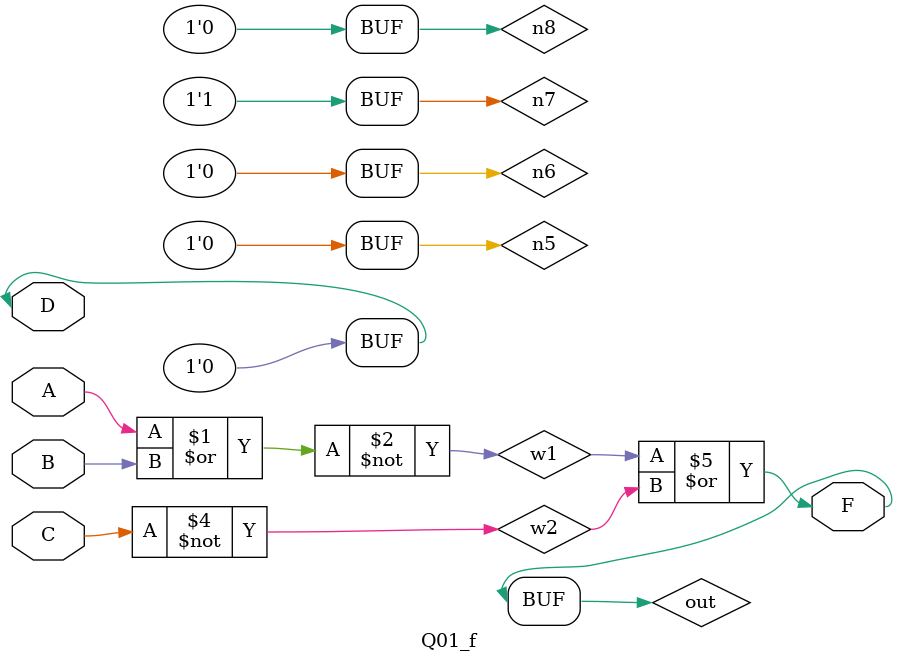
<source format=v>
module Q01_f (
    input A, B, C, D,
    output F
);
    wire w1, w2, w3, w4, w5, w6, w7, w8;
    wire n1, n2, n3, n4, n5, n6, n7, n8;
    wire out;
    
    // (A+B+C+D)' usando NORs de 2 entradas
    nor(w1, A, B);
    nor(w2, C, D);
    nor(n1, w1, w2);
    
    // (A+B+C+D')' 
    nor(w3, C, D);
    nor(n2, w1, w3);
    
    // (A+B'+C+D)'
    nor(w4, B, B);  // B'
    nor(w5, A, w4);
    nor(w6, C, D);
    nor(n3, w5, w6);
    
    // (A+B'+C'+D)'
    nor(w7, C, C);  // C'
    nor(n4, w5, w7);
    nor(n4, n4, D);
    
    // (A'+B+C+D)'
    nor(w8, A, A);  // A'
    nor(n5, w8, B);
    nor(n5, n5, C);
    nor(n5, n5, D);
    
    // (A'+B'+C+D)'
    nor(n6, w8, w4);
    nor(n6, n6, C);
    nor(n6, n6, D);
    
    // (A'+B'+C'+D)'
    nor(n7, w8, w4);
    nor(n7, n7, w7);
    nor(n7, n7, D);
    
    // (A'+B'+C'+D')'
    nor(n8, D, D);  // D'
    nor(n8, w8, w4);
    nor(n8, n8, w7);
    nor(n8, n8, n8);
    
    nor(out, n1, n1);  // NOT n1
    assign F = out;
    
endmodule
</source>
